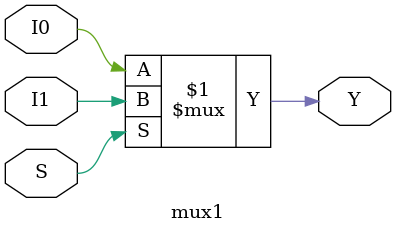
<source format=v>
module mux1(input I0,I1,S,output Y);
assign Y = S?I1:I0; 
endmodule
</source>
